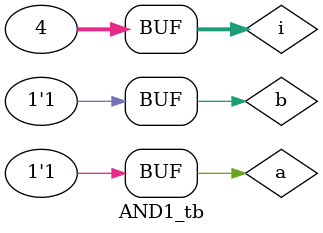
<source format=v>
module AND1_tb;
  wire c;
  reg a,b;
  integer i;
  
  AND1 g1(a,b,c);
  initial begin
    $dumpfile("AND1_tb.vcd");
    $dumpvars(1,AND1_tb);
    $monitor("a=%d,b=%d,c=%d",a,b,c);
    //using delay
    /*a=1'b0;  b=1'b0;
    #5
    a=1'b0;  b=1'b1;
    #5
    a=1'b1;  b=1'b0;
    #5
    a=1'b1;  b=1'b1;
    #5;*/
    
    //using for lop
    {a,b}=0;
    for(i=0;i<4;i=i+1)
      begin
        #5
        {a,b}=i;
      end
    
    //while loop
    /*i=0;
    {a,b}=0;
    while(i<4)
      begin
        {a,b}=i;
        i=i+1;
        #5;
      end*/
    end
endmodule
</source>
